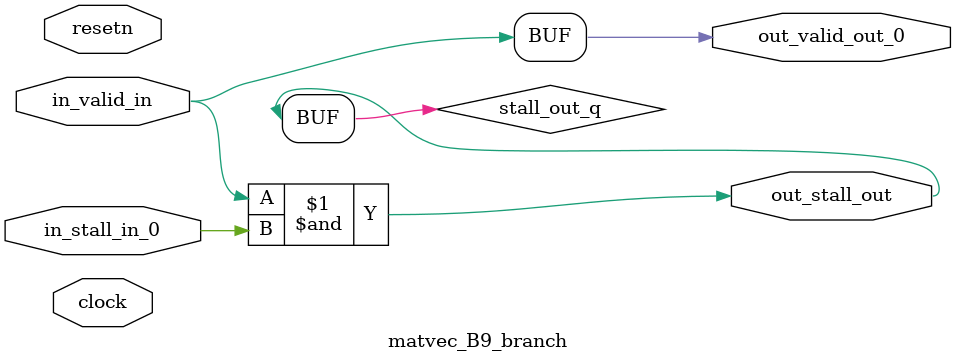
<source format=sv>



(* altera_attribute = "-name AUTO_SHIFT_REGISTER_RECOGNITION OFF; -name MESSAGE_DISABLE 10036; -name MESSAGE_DISABLE 10037; -name MESSAGE_DISABLE 14130; -name MESSAGE_DISABLE 14320; -name MESSAGE_DISABLE 15400; -name MESSAGE_DISABLE 14130; -name MESSAGE_DISABLE 10036; -name MESSAGE_DISABLE 12020; -name MESSAGE_DISABLE 12030; -name MESSAGE_DISABLE 12010; -name MESSAGE_DISABLE 12110; -name MESSAGE_DISABLE 14320; -name MESSAGE_DISABLE 13410; -name MESSAGE_DISABLE 113007; -name MESSAGE_DISABLE 10958" *)
module matvec_B9_branch (
    input wire [0:0] in_stall_in_0,
    input wire [0:0] in_valid_in,
    output wire [0:0] out_stall_out,
    output wire [0:0] out_valid_out_0,
    input wire clock,
    input wire resetn
    );

    wire [0:0] stall_out_q;


    // stall_out(LOGICAL,6)
    assign stall_out_q = in_valid_in & in_stall_in_0;

    // out_stall_out(GPOUT,4)
    assign out_stall_out = stall_out_q;

    // out_valid_out_0(GPOUT,5)
    assign out_valid_out_0 = in_valid_in;

endmodule

</source>
